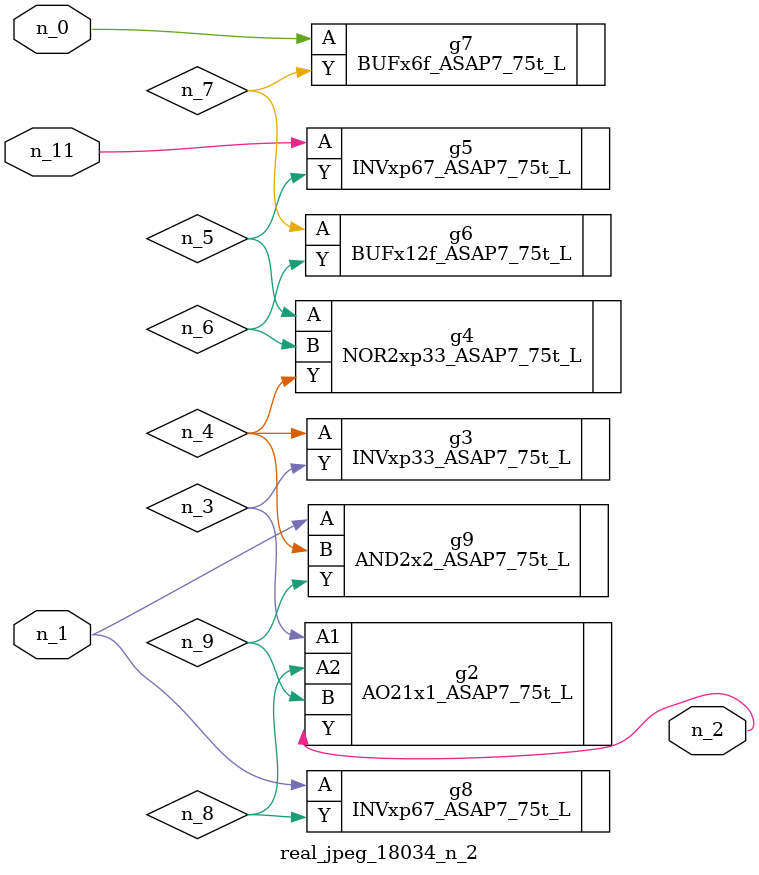
<source format=v>
module real_jpeg_18034_n_2 (n_1, n_11, n_0, n_2);

input n_1;
input n_11;
input n_0;

output n_2;

wire n_5;
wire n_8;
wire n_4;
wire n_6;
wire n_7;
wire n_3;
wire n_9;

BUFx6f_ASAP7_75t_L g7 ( 
.A(n_0),
.Y(n_7)
);

INVxp67_ASAP7_75t_L g8 ( 
.A(n_1),
.Y(n_8)
);

AND2x2_ASAP7_75t_L g9 ( 
.A(n_1),
.B(n_4),
.Y(n_9)
);

AO21x1_ASAP7_75t_L g2 ( 
.A1(n_3),
.A2(n_8),
.B(n_9),
.Y(n_2)
);

INVxp33_ASAP7_75t_L g3 ( 
.A(n_4),
.Y(n_3)
);

NOR2xp33_ASAP7_75t_L g4 ( 
.A(n_5),
.B(n_6),
.Y(n_4)
);

BUFx12f_ASAP7_75t_L g6 ( 
.A(n_7),
.Y(n_6)
);

INVxp67_ASAP7_75t_L g5 ( 
.A(n_11),
.Y(n_5)
);


endmodule
</source>
